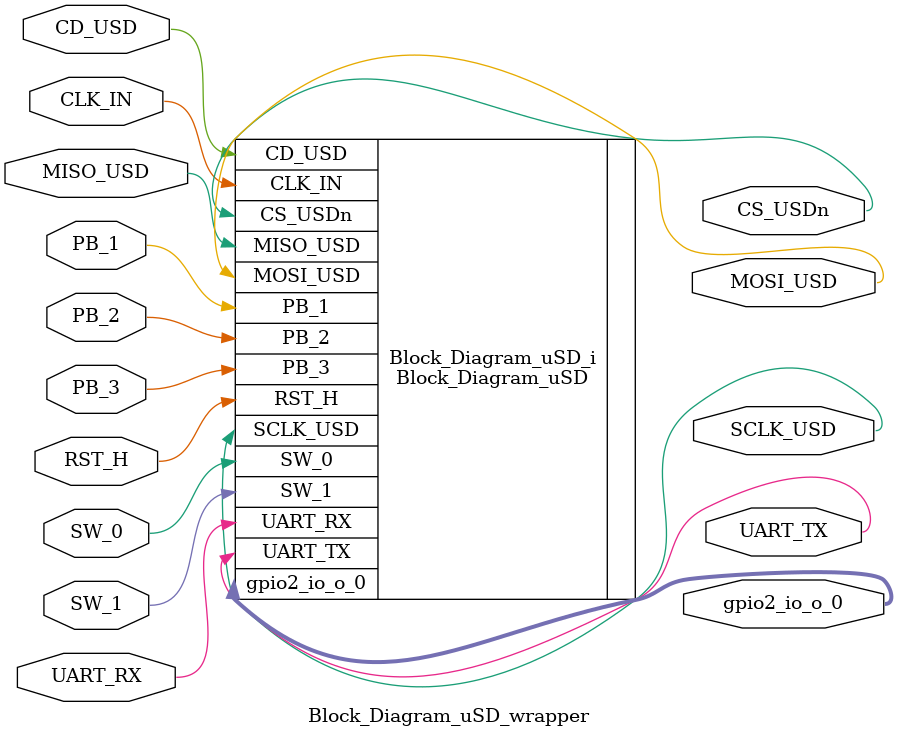
<source format=v>
`timescale 1 ps / 1 ps

module Block_Diagram_uSD_wrapper
   (CD_USD,
    CLK_IN,
    CS_USDn,
    MISO_USD,
    MOSI_USD,
    PB_1,
    PB_2,
    PB_3,
    RST_H,
    SCLK_USD,
    SW_0,
    SW_1,
    UART_RX,
    UART_TX,
    gpio2_io_o_0);
  input CD_USD;
  input CLK_IN;
  output [0:0]CS_USDn;
  input MISO_USD;
  output MOSI_USD;
  input PB_1;
  input PB_2;
  input PB_3;
  input [0:0]RST_H;
  output SCLK_USD;
  input SW_0;
  input SW_1;
  input UART_RX;
  output UART_TX;
  output [1:0]gpio2_io_o_0;

  wire CD_USD;
  wire CLK_IN;
  wire [0:0]CS_USDn;
  wire MISO_USD;
  wire MOSI_USD;
  wire PB_1;
  wire PB_2;
  wire PB_3;
  wire [0:0]RST_H;
  wire SCLK_USD;
  wire SW_0;
  wire SW_1;
  wire UART_RX;
  wire UART_TX;
  wire [1:0]gpio2_io_o_0;

  Block_Diagram_uSD Block_Diagram_uSD_i
       (.CD_USD(CD_USD),
        .CLK_IN(CLK_IN),
        .CS_USDn(CS_USDn),
        .MISO_USD(MISO_USD),
        .MOSI_USD(MOSI_USD),
        .PB_1(PB_1),
        .PB_2(PB_2),
        .PB_3(PB_3),
        .RST_H(RST_H),
        .SCLK_USD(SCLK_USD),
        .SW_0(SW_0),
        .SW_1(SW_1),
        .UART_RX(UART_RX),
        .UART_TX(UART_TX),
        .gpio2_io_o_0(gpio2_io_o_0));
endmodule

</source>
